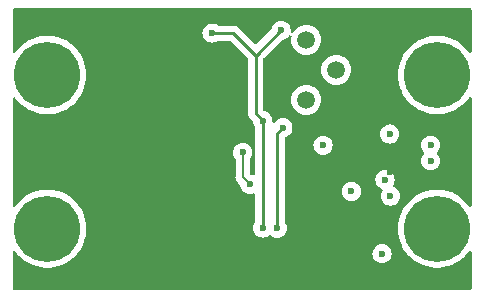
<source format=gbr>
%TF.GenerationSoftware,KiCad,Pcbnew,7.0.9*%
%TF.CreationDate,2024-10-15T17:03:29-06:00*%
%TF.ProjectId,howland,686f776c-616e-4642-9e6b-696361645f70,rev?*%
%TF.SameCoordinates,Original*%
%TF.FileFunction,Copper,L2,Inr*%
%TF.FilePolarity,Positive*%
%FSLAX46Y46*%
G04 Gerber Fmt 4.6, Leading zero omitted, Abs format (unit mm)*
G04 Created by KiCad (PCBNEW 7.0.9) date 2024-10-15 17:03:29*
%MOMM*%
%LPD*%
G01*
G04 APERTURE LIST*
%TA.AperFunction,ComponentPad*%
%ADD10C,5.600000*%
%TD*%
%TA.AperFunction,ComponentPad*%
%ADD11C,1.520000*%
%TD*%
%TA.AperFunction,ViaPad*%
%ADD12C,0.600000*%
%TD*%
%TA.AperFunction,Conductor*%
%ADD13C,0.250000*%
%TD*%
%TA.AperFunction,Conductor*%
%ADD14C,0.200000*%
%TD*%
G04 APERTURE END LIST*
D10*
%TO.N,GNDPWR*%
%TO.C,MH1*%
X103000000Y-84000000D03*
%TD*%
%TO.N,GNDPWR*%
%TO.C,MH2*%
X136000000Y-84000000D03*
%TD*%
%TO.N,GNDPWR*%
%TO.C,MH3*%
X103000000Y-97000000D03*
%TD*%
%TO.N,GNDPWR*%
%TO.C,MH4*%
X136000000Y-97000000D03*
%TD*%
D11*
%TO.N,Net-(R7-Pad2)*%
%TO.C,RV1*%
X124930000Y-86100000D03*
%TO.N,Net-(U5-+)*%
X127470000Y-83560000D03*
%TO.N,Net-(R8-Pad1)*%
X124930000Y-81020000D03*
%TD*%
D12*
%TO.N,GND*%
X136950000Y-80550000D03*
X132718411Y-80878411D03*
X135250000Y-88700989D03*
X112250000Y-80250000D03*
X132050000Y-92200000D03*
X112650000Y-88750000D03*
X127550000Y-85950000D03*
X137250000Y-89250000D03*
X123350000Y-94750000D03*
X116150000Y-89150000D03*
X126150000Y-88250000D03*
X112650000Y-93650000D03*
X127650000Y-91550000D03*
X134450000Y-93050000D03*
%TO.N,+3V3*%
X116950000Y-80450000D03*
X121250000Y-87850000D03*
X121250000Y-96950000D03*
X122800000Y-80200000D03*
%TO.N,VD*%
X135450000Y-91250000D03*
X122465000Y-96965000D03*
X131590145Y-92854016D03*
X131350000Y-99130000D03*
X122950000Y-88450000D03*
%TO.N,/Channel1/buffer/out+*%
X120150000Y-93250000D03*
X119550000Y-90550000D03*
%TO.N,/scl-rx*%
X132000000Y-89000000D03*
%TO.N,/sda-tx*%
X128750000Y-93850000D03*
X135450000Y-89950000D03*
X126350000Y-89950000D03*
X132050000Y-94249990D03*
%TD*%
D13*
%TO.N,GND*%
X126550000Y-91550000D02*
X127650000Y-91550000D01*
X123350000Y-94750000D02*
X126550000Y-91550000D01*
%TO.N,+3V3*%
X120650000Y-87250000D02*
X120650000Y-82350000D01*
X116950000Y-80450000D02*
X118750000Y-80450000D01*
X120650000Y-82350000D02*
X122800000Y-80200000D01*
X121250000Y-87850000D02*
X120650000Y-87250000D01*
X121250000Y-87850000D02*
X121250000Y-96950000D01*
X118750000Y-80450000D02*
X120650000Y-82350000D01*
%TO.N,VD*%
X122465000Y-96965000D02*
X122465000Y-88935000D01*
X122465000Y-88935000D02*
X122950000Y-88450000D01*
D14*
%TO.N,/Channel1/buffer/out+*%
X119550000Y-90550000D02*
X119550000Y-92650000D01*
X119550000Y-92650000D02*
X120150000Y-93250000D01*
%TD*%
%TA.AperFunction,Conductor*%
%TO.N,GND*%
G36*
X138866621Y-78345502D02*
G01*
X138913114Y-78399158D01*
X138924500Y-78451500D01*
X138924500Y-82007417D01*
X138904498Y-82075538D01*
X138850842Y-82122031D01*
X138780568Y-82132135D01*
X138715988Y-82102641D01*
X138694211Y-82078127D01*
X138692456Y-82075538D01*
X138637742Y-81994841D01*
X138405484Y-81721405D01*
X138405483Y-81721404D01*
X138145037Y-81474695D01*
X138145022Y-81474682D01*
X137859418Y-81257572D01*
X137859412Y-81257568D01*
X137835560Y-81243217D01*
X137552005Y-81072607D01*
X137226401Y-80921967D01*
X136886417Y-80807413D01*
X136838915Y-80796956D01*
X136536054Y-80730291D01*
X136536030Y-80730287D01*
X136179389Y-80691500D01*
X136179382Y-80691500D01*
X135820618Y-80691500D01*
X135820610Y-80691500D01*
X135463969Y-80730287D01*
X135463945Y-80730291D01*
X135113587Y-80807412D01*
X135113573Y-80807416D01*
X134773601Y-80921966D01*
X134447989Y-81072610D01*
X134140587Y-81257568D01*
X134140581Y-81257572D01*
X133854977Y-81474682D01*
X133854962Y-81474695D01*
X133594516Y-81721404D01*
X133362256Y-81994843D01*
X133160924Y-82291785D01*
X133160922Y-82291789D01*
X132992876Y-82608759D01*
X132992872Y-82608768D01*
X132860084Y-82942040D01*
X132764103Y-83287730D01*
X132706064Y-83641762D01*
X132686641Y-83999996D01*
X132686641Y-84000003D01*
X132706064Y-84358237D01*
X132764103Y-84712269D01*
X132860084Y-85057959D01*
X132860085Y-85057961D01*
X132992877Y-85391243D01*
X133031094Y-85463327D01*
X133137744Y-85664492D01*
X133160925Y-85708215D01*
X133362258Y-86005159D01*
X133594516Y-86278595D01*
X133854962Y-86525304D01*
X133854977Y-86525317D01*
X134140586Y-86742431D01*
X134447995Y-86927393D01*
X134773599Y-87078033D01*
X135113583Y-87192587D01*
X135463958Y-87269711D01*
X135820618Y-87308500D01*
X135820626Y-87308500D01*
X136179374Y-87308500D01*
X136179382Y-87308500D01*
X136536042Y-87269711D01*
X136886417Y-87192587D01*
X137226401Y-87078033D01*
X137552005Y-86927393D01*
X137859414Y-86742431D01*
X138145023Y-86525317D01*
X138405484Y-86278595D01*
X138637742Y-86005159D01*
X138694211Y-85921872D01*
X138748995Y-85876715D01*
X138819496Y-85868344D01*
X138883331Y-85899417D01*
X138920233Y-85960070D01*
X138924500Y-85992582D01*
X138924500Y-95007417D01*
X138904498Y-95075538D01*
X138850842Y-95122031D01*
X138780568Y-95132135D01*
X138715988Y-95102641D01*
X138694211Y-95078127D01*
X138692456Y-95075538D01*
X138637742Y-94994841D01*
X138405484Y-94721405D01*
X138322940Y-94643215D01*
X138145037Y-94474695D01*
X138145022Y-94474682D01*
X137859418Y-94257572D01*
X137859412Y-94257568D01*
X137846817Y-94249990D01*
X137552005Y-94072607D01*
X137226401Y-93921967D01*
X136886417Y-93807413D01*
X136810381Y-93790676D01*
X136536054Y-93730291D01*
X136536030Y-93730287D01*
X136179389Y-93691500D01*
X136179382Y-93691500D01*
X135820618Y-93691500D01*
X135820610Y-93691500D01*
X135463969Y-93730287D01*
X135463945Y-93730291D01*
X135113587Y-93807412D01*
X135113573Y-93807416D01*
X134773601Y-93921966D01*
X134773599Y-93921967D01*
X134455924Y-94068939D01*
X134447989Y-94072610D01*
X134140587Y-94257568D01*
X134140581Y-94257572D01*
X133854977Y-94474682D01*
X133854962Y-94474695D01*
X133594516Y-94721404D01*
X133362256Y-94994843D01*
X133160924Y-95291785D01*
X133160922Y-95291789D01*
X132992876Y-95608759D01*
X132992872Y-95608768D01*
X132860084Y-95942040D01*
X132764103Y-96287730D01*
X132706064Y-96641762D01*
X132686641Y-96999996D01*
X132686641Y-97000003D01*
X132706064Y-97358237D01*
X132764103Y-97712269D01*
X132860084Y-98057959D01*
X132860085Y-98057961D01*
X132992877Y-98391243D01*
X133075500Y-98547086D01*
X133160922Y-98708210D01*
X133160924Y-98708214D01*
X133207552Y-98776985D01*
X133362258Y-99005159D01*
X133468299Y-99130000D01*
X133594516Y-99278595D01*
X133854962Y-99525304D01*
X133854977Y-99525317D01*
X134140586Y-99742431D01*
X134447995Y-99927393D01*
X134773599Y-100078033D01*
X135113583Y-100192587D01*
X135463958Y-100269711D01*
X135820618Y-100308500D01*
X135820626Y-100308500D01*
X136179374Y-100308500D01*
X136179382Y-100308500D01*
X136536042Y-100269711D01*
X136886417Y-100192587D01*
X137226401Y-100078033D01*
X137552005Y-99927393D01*
X137859414Y-99742431D01*
X138145023Y-99525317D01*
X138189678Y-99483018D01*
X138201384Y-99471928D01*
X138405484Y-99278595D01*
X138637742Y-99005159D01*
X138694211Y-98921872D01*
X138748995Y-98876715D01*
X138819496Y-98868344D01*
X138883331Y-98899417D01*
X138920233Y-98960070D01*
X138924500Y-98992582D01*
X138924500Y-102048500D01*
X138904498Y-102116621D01*
X138850842Y-102163114D01*
X138798500Y-102174500D01*
X100201500Y-102174500D01*
X100133379Y-102154498D01*
X100086886Y-102100842D01*
X100075500Y-102048500D01*
X100075500Y-98992582D01*
X100095502Y-98924461D01*
X100149158Y-98877968D01*
X100219432Y-98867864D01*
X100284012Y-98897358D01*
X100305787Y-98921871D01*
X100362258Y-99005159D01*
X100468299Y-99130000D01*
X100594516Y-99278595D01*
X100854962Y-99525304D01*
X100854977Y-99525317D01*
X101140586Y-99742431D01*
X101447995Y-99927393D01*
X101773599Y-100078033D01*
X102113583Y-100192587D01*
X102463958Y-100269711D01*
X102820618Y-100308500D01*
X102820626Y-100308500D01*
X103179374Y-100308500D01*
X103179382Y-100308500D01*
X103536042Y-100269711D01*
X103886417Y-100192587D01*
X104226401Y-100078033D01*
X104552005Y-99927393D01*
X104859414Y-99742431D01*
X105145023Y-99525317D01*
X105189678Y-99483018D01*
X105201384Y-99471928D01*
X105405484Y-99278595D01*
X105531701Y-99130000D01*
X130536384Y-99130000D01*
X130556783Y-99311047D01*
X130556783Y-99311049D01*
X130556784Y-99311050D01*
X130616957Y-99483015D01*
X130616958Y-99483018D01*
X130713887Y-99637279D01*
X130713888Y-99637281D01*
X130842718Y-99766111D01*
X130842720Y-99766112D01*
X130996981Y-99863041D01*
X130996982Y-99863041D01*
X130996985Y-99863043D01*
X131168953Y-99923217D01*
X131350000Y-99943616D01*
X131531047Y-99923217D01*
X131703015Y-99863043D01*
X131857281Y-99766111D01*
X131986111Y-99637281D01*
X132083043Y-99483015D01*
X132143217Y-99311047D01*
X132163616Y-99130000D01*
X132143217Y-98948953D01*
X132083043Y-98776985D01*
X132083041Y-98776982D01*
X132083041Y-98776981D01*
X131986112Y-98622720D01*
X131986111Y-98622718D01*
X131857281Y-98493888D01*
X131857279Y-98493887D01*
X131703018Y-98396958D01*
X131703015Y-98396957D01*
X131531050Y-98336784D01*
X131531049Y-98336783D01*
X131531047Y-98336783D01*
X131350000Y-98316384D01*
X131168953Y-98336783D01*
X131168950Y-98336783D01*
X131168949Y-98336784D01*
X130996984Y-98396957D01*
X130996981Y-98396958D01*
X130842720Y-98493887D01*
X130842718Y-98493888D01*
X130713888Y-98622718D01*
X130713887Y-98622720D01*
X130616958Y-98776981D01*
X130616957Y-98776984D01*
X130566259Y-98921873D01*
X130556783Y-98948953D01*
X130536384Y-99130000D01*
X105531701Y-99130000D01*
X105637742Y-99005159D01*
X105839075Y-98708215D01*
X106007123Y-98391243D01*
X106139915Y-98057961D01*
X106235895Y-97712274D01*
X106240688Y-97683041D01*
X106244761Y-97658188D01*
X106293936Y-97358237D01*
X106313359Y-97000000D01*
X106293936Y-96641763D01*
X106235895Y-96287726D01*
X106139915Y-95942039D01*
X106007123Y-95608757D01*
X105839075Y-95291785D01*
X105637742Y-94994841D01*
X105405484Y-94721405D01*
X105322940Y-94643215D01*
X105145037Y-94474695D01*
X105145022Y-94474682D01*
X104859418Y-94257572D01*
X104859412Y-94257568D01*
X104846817Y-94249990D01*
X104552005Y-94072607D01*
X104226401Y-93921967D01*
X103886417Y-93807413D01*
X103810381Y-93790676D01*
X103536054Y-93730291D01*
X103536030Y-93730287D01*
X103179389Y-93691500D01*
X103179382Y-93691500D01*
X102820618Y-93691500D01*
X102820610Y-93691500D01*
X102463969Y-93730287D01*
X102463945Y-93730291D01*
X102113587Y-93807412D01*
X102113573Y-93807416D01*
X101773601Y-93921966D01*
X101773599Y-93921967D01*
X101455924Y-94068939D01*
X101447989Y-94072610D01*
X101140587Y-94257568D01*
X101140581Y-94257572D01*
X100854977Y-94474682D01*
X100854962Y-94474695D01*
X100594516Y-94721404D01*
X100362259Y-94994839D01*
X100305789Y-95078127D01*
X100251005Y-95123285D01*
X100180503Y-95131655D01*
X100116668Y-95100581D01*
X100079767Y-95039928D01*
X100075500Y-95007417D01*
X100075500Y-85992582D01*
X100095502Y-85924461D01*
X100149158Y-85877968D01*
X100219432Y-85867864D01*
X100284012Y-85897358D01*
X100305787Y-85921871D01*
X100362258Y-86005159D01*
X100594516Y-86278595D01*
X100854962Y-86525304D01*
X100854977Y-86525317D01*
X101140586Y-86742431D01*
X101447995Y-86927393D01*
X101773599Y-87078033D01*
X102113583Y-87192587D01*
X102463958Y-87269711D01*
X102820618Y-87308500D01*
X102820626Y-87308500D01*
X103179374Y-87308500D01*
X103179382Y-87308500D01*
X103536042Y-87269711D01*
X103886417Y-87192587D01*
X104226401Y-87078033D01*
X104552005Y-86927393D01*
X104859414Y-86742431D01*
X105145023Y-86525317D01*
X105405484Y-86278595D01*
X105637742Y-86005159D01*
X105839075Y-85708215D01*
X106007123Y-85391243D01*
X106139915Y-85057961D01*
X106235895Y-84712274D01*
X106293936Y-84358237D01*
X106313359Y-84000000D01*
X106313115Y-83995507D01*
X106309735Y-83933173D01*
X106293936Y-83641763D01*
X106235895Y-83287726D01*
X106139915Y-82942039D01*
X106007123Y-82608757D01*
X105839075Y-82291785D01*
X105637742Y-81994841D01*
X105405484Y-81721405D01*
X105405483Y-81721404D01*
X105145037Y-81474695D01*
X105145022Y-81474682D01*
X104859418Y-81257572D01*
X104859412Y-81257568D01*
X104835560Y-81243217D01*
X104552005Y-81072607D01*
X104226401Y-80921967D01*
X103886417Y-80807413D01*
X103838915Y-80796956D01*
X103536054Y-80730291D01*
X103536030Y-80730287D01*
X103179389Y-80691500D01*
X103179382Y-80691500D01*
X102820618Y-80691500D01*
X102820610Y-80691500D01*
X102463969Y-80730287D01*
X102463945Y-80730291D01*
X102113587Y-80807412D01*
X102113573Y-80807416D01*
X101773601Y-80921966D01*
X101447989Y-81072610D01*
X101140587Y-81257568D01*
X101140581Y-81257572D01*
X100854977Y-81474682D01*
X100854962Y-81474695D01*
X100594516Y-81721404D01*
X100362259Y-81994839D01*
X100305789Y-82078127D01*
X100251005Y-82123285D01*
X100180503Y-82131655D01*
X100116668Y-82100581D01*
X100079767Y-82039928D01*
X100075500Y-82007417D01*
X100075500Y-80450000D01*
X116136384Y-80450000D01*
X116156783Y-80631047D01*
X116156783Y-80631049D01*
X116156784Y-80631050D01*
X116216957Y-80803015D01*
X116216958Y-80803018D01*
X116313887Y-80957279D01*
X116313888Y-80957281D01*
X116442718Y-81086111D01*
X116442720Y-81086112D01*
X116596981Y-81183041D01*
X116596982Y-81183041D01*
X116596985Y-81183043D01*
X116768953Y-81243217D01*
X116950000Y-81263616D01*
X117131047Y-81243217D01*
X117303015Y-81183043D01*
X117402703Y-81120405D01*
X117430701Y-81102813D01*
X117497737Y-81083500D01*
X118435406Y-81083500D01*
X118503527Y-81103502D01*
X118524501Y-81120405D01*
X119979595Y-82575499D01*
X120013621Y-82637811D01*
X120016500Y-82664594D01*
X120016500Y-87166146D01*
X120014751Y-87181988D01*
X120015044Y-87182016D01*
X120014298Y-87189907D01*
X120016500Y-87259957D01*
X120016500Y-87289851D01*
X120016501Y-87289872D01*
X120017378Y-87296820D01*
X120017844Y-87302732D01*
X120019326Y-87349888D01*
X120019327Y-87349893D01*
X120024977Y-87369339D01*
X120028986Y-87388697D01*
X120031525Y-87408793D01*
X120031526Y-87408799D01*
X120048893Y-87452662D01*
X120050816Y-87458279D01*
X120063982Y-87503593D01*
X120074294Y-87521031D01*
X120082988Y-87538779D01*
X120090444Y-87557609D01*
X120090450Y-87557620D01*
X120118177Y-87595783D01*
X120121437Y-87600746D01*
X120145460Y-87641365D01*
X120159779Y-87655684D01*
X120172617Y-87670714D01*
X120182156Y-87683843D01*
X120184528Y-87687107D01*
X120212794Y-87710491D01*
X120220886Y-87717185D01*
X120225267Y-87721171D01*
X120354096Y-87850000D01*
X120415655Y-87911559D01*
X120449681Y-87973871D01*
X120451767Y-87986543D01*
X120456781Y-88031038D01*
X120456784Y-88031052D01*
X120516957Y-88203015D01*
X120516958Y-88203017D01*
X120597187Y-88330701D01*
X120616500Y-88397737D01*
X120616500Y-92379087D01*
X120596498Y-92447208D01*
X120542842Y-92493701D01*
X120472568Y-92503805D01*
X120448885Y-92498016D01*
X120331050Y-92456784D01*
X120331049Y-92456783D01*
X120331047Y-92456783D01*
X120270389Y-92449948D01*
X120204939Y-92422445D01*
X120164746Y-92363920D01*
X120158500Y-92324741D01*
X120158500Y-91135993D01*
X120178502Y-91067872D01*
X120185999Y-91057421D01*
X120186104Y-91057287D01*
X120186111Y-91057281D01*
X120283043Y-90903015D01*
X120343217Y-90731047D01*
X120363616Y-90550000D01*
X120343217Y-90368953D01*
X120283043Y-90196985D01*
X120283041Y-90196982D01*
X120283041Y-90196981D01*
X120186112Y-90042720D01*
X120186111Y-90042718D01*
X120057281Y-89913888D01*
X120057279Y-89913887D01*
X119903018Y-89816958D01*
X119903015Y-89816957D01*
X119731050Y-89756784D01*
X119731049Y-89756783D01*
X119731047Y-89756783D01*
X119550000Y-89736384D01*
X119368953Y-89756783D01*
X119368950Y-89756783D01*
X119368949Y-89756784D01*
X119196984Y-89816957D01*
X119196981Y-89816958D01*
X119042720Y-89913887D01*
X119042718Y-89913888D01*
X118913888Y-90042718D01*
X118913887Y-90042720D01*
X118816958Y-90196981D01*
X118816957Y-90196984D01*
X118779855Y-90303018D01*
X118756783Y-90368953D01*
X118736384Y-90550000D01*
X118756783Y-90731047D01*
X118756783Y-90731049D01*
X118756784Y-90731050D01*
X118816957Y-90903015D01*
X118816958Y-90903018D01*
X118913883Y-91057273D01*
X118914001Y-91057421D01*
X118914047Y-91057534D01*
X118917653Y-91063273D01*
X118916648Y-91063904D01*
X118940844Y-91123148D01*
X118941500Y-91135993D01*
X118941500Y-92605988D01*
X118940960Y-92614219D01*
X118936250Y-92649998D01*
X118936250Y-92650001D01*
X118941015Y-92686197D01*
X118941016Y-92686205D01*
X118948456Y-92742719D01*
X118957161Y-92808849D01*
X119018475Y-92956874D01*
X119018480Y-92956882D01*
X119059738Y-93010649D01*
X119078471Y-93035063D01*
X119091525Y-93052074D01*
X119116014Y-93083988D01*
X119144651Y-93105962D01*
X119150844Y-93111393D01*
X119246481Y-93207030D01*
X119311166Y-93271715D01*
X119345192Y-93334027D01*
X119347279Y-93346701D01*
X119356783Y-93431047D01*
X119356783Y-93431049D01*
X119356784Y-93431050D01*
X119416957Y-93603015D01*
X119416958Y-93603018D01*
X119513887Y-93757279D01*
X119513888Y-93757281D01*
X119642718Y-93886111D01*
X119642720Y-93886112D01*
X119796981Y-93983041D01*
X119796982Y-93983041D01*
X119796985Y-93983043D01*
X119968953Y-94043217D01*
X120150000Y-94063616D01*
X120331047Y-94043217D01*
X120448887Y-94001982D01*
X120519789Y-93998363D01*
X120581394Y-94033652D01*
X120614141Y-94096645D01*
X120616500Y-94120912D01*
X120616500Y-96402262D01*
X120597187Y-96469298D01*
X120516958Y-96596981D01*
X120516957Y-96596984D01*
X120501289Y-96641763D01*
X120456783Y-96768953D01*
X120436384Y-96950000D01*
X120456783Y-97131047D01*
X120456783Y-97131049D01*
X120456784Y-97131050D01*
X120516957Y-97303015D01*
X120516958Y-97303018D01*
X120613887Y-97457279D01*
X120613888Y-97457281D01*
X120742718Y-97586111D01*
X120742720Y-97586112D01*
X120896981Y-97683041D01*
X120896982Y-97683041D01*
X120896985Y-97683043D01*
X121068953Y-97743217D01*
X121250000Y-97763616D01*
X121431047Y-97743217D01*
X121603015Y-97683043D01*
X121757281Y-97586111D01*
X121760901Y-97582490D01*
X121823210Y-97548463D01*
X121894026Y-97553524D01*
X121939094Y-97582486D01*
X121957719Y-97601111D01*
X121957722Y-97601114D01*
X122111981Y-97698041D01*
X122111982Y-97698041D01*
X122111985Y-97698043D01*
X122283953Y-97758217D01*
X122465000Y-97778616D01*
X122646047Y-97758217D01*
X122818015Y-97698043D01*
X122972281Y-97601111D01*
X123101111Y-97472281D01*
X123198043Y-97318015D01*
X123258217Y-97146047D01*
X123278616Y-96965000D01*
X123258217Y-96783953D01*
X123198043Y-96611985D01*
X123198041Y-96611982D01*
X123198041Y-96611981D01*
X123117813Y-96484298D01*
X123098500Y-96417262D01*
X123098500Y-93850000D01*
X127936384Y-93850000D01*
X127956783Y-94031047D01*
X127956783Y-94031049D01*
X127956784Y-94031050D01*
X128016957Y-94203015D01*
X128016958Y-94203018D01*
X128113887Y-94357279D01*
X128113888Y-94357281D01*
X128242718Y-94486111D01*
X128242720Y-94486112D01*
X128396981Y-94583041D01*
X128396982Y-94583041D01*
X128396985Y-94583043D01*
X128568953Y-94643217D01*
X128750000Y-94663616D01*
X128931047Y-94643217D01*
X129103015Y-94583043D01*
X129257281Y-94486111D01*
X129386111Y-94357281D01*
X129483043Y-94203015D01*
X129543217Y-94031047D01*
X129563616Y-93850000D01*
X129543217Y-93668953D01*
X129483043Y-93496985D01*
X129483041Y-93496982D01*
X129483041Y-93496981D01*
X129386112Y-93342720D01*
X129386111Y-93342718D01*
X129257281Y-93213888D01*
X129257279Y-93213887D01*
X129103018Y-93116958D01*
X129103015Y-93116957D01*
X128931050Y-93056784D01*
X128931049Y-93056783D01*
X128931047Y-93056783D01*
X128750000Y-93036384D01*
X128568953Y-93056783D01*
X128568950Y-93056783D01*
X128568949Y-93056784D01*
X128396984Y-93116957D01*
X128396981Y-93116958D01*
X128242720Y-93213887D01*
X128242718Y-93213888D01*
X128113888Y-93342718D01*
X128113887Y-93342720D01*
X128016958Y-93496981D01*
X128016957Y-93496984D01*
X127961663Y-93655008D01*
X127956783Y-93668953D01*
X127936384Y-93850000D01*
X123098500Y-93850000D01*
X123098500Y-92854016D01*
X130776529Y-92854016D01*
X130796928Y-93035063D01*
X130796928Y-93035065D01*
X130796929Y-93035066D01*
X130857102Y-93207031D01*
X130857103Y-93207034D01*
X130954032Y-93361295D01*
X130954033Y-93361297D01*
X131082863Y-93490127D01*
X131082865Y-93490128D01*
X131125549Y-93516948D01*
X131237130Y-93587059D01*
X131313073Y-93613632D01*
X131370762Y-93655008D01*
X131396925Y-93721008D01*
X131383253Y-93790676D01*
X131378144Y-93799596D01*
X131316956Y-93896976D01*
X131258647Y-94063615D01*
X131256783Y-94068943D01*
X131236384Y-94249990D01*
X131256783Y-94431037D01*
X131256783Y-94431039D01*
X131256784Y-94431040D01*
X131316957Y-94603005D01*
X131316958Y-94603008D01*
X131413887Y-94757269D01*
X131413888Y-94757271D01*
X131542718Y-94886101D01*
X131542720Y-94886102D01*
X131696981Y-94983031D01*
X131696982Y-94983031D01*
X131696985Y-94983033D01*
X131868953Y-95043207D01*
X132050000Y-95063606D01*
X132231047Y-95043207D01*
X132403015Y-94983033D01*
X132557281Y-94886101D01*
X132686111Y-94757271D01*
X132783043Y-94603005D01*
X132843217Y-94431037D01*
X132863616Y-94249990D01*
X132843217Y-94068943D01*
X132783043Y-93896975D01*
X132783041Y-93896972D01*
X132783041Y-93896971D01*
X132686112Y-93742710D01*
X132686111Y-93742708D01*
X132557281Y-93613878D01*
X132557279Y-93613877D01*
X132403017Y-93516948D01*
X132403016Y-93516947D01*
X132403015Y-93516947D01*
X132374014Y-93506799D01*
X132327072Y-93490373D01*
X132269381Y-93448994D01*
X132243218Y-93382994D01*
X132256892Y-93313326D01*
X132261986Y-93304433D01*
X132323188Y-93207031D01*
X132383362Y-93035063D01*
X132403761Y-92854016D01*
X132383362Y-92672969D01*
X132323188Y-92501001D01*
X132323186Y-92500998D01*
X132323186Y-92500997D01*
X132226257Y-92346736D01*
X132226256Y-92346734D01*
X132097426Y-92217904D01*
X132097424Y-92217903D01*
X131943163Y-92120974D01*
X131943160Y-92120973D01*
X131771195Y-92060800D01*
X131771194Y-92060799D01*
X131771192Y-92060799D01*
X131590145Y-92040400D01*
X131409098Y-92060799D01*
X131409095Y-92060799D01*
X131409094Y-92060800D01*
X131237129Y-92120973D01*
X131237126Y-92120974D01*
X131082865Y-92217903D01*
X131082863Y-92217904D01*
X130954033Y-92346734D01*
X130954032Y-92346736D01*
X130857103Y-92500997D01*
X130857102Y-92501000D01*
X130804965Y-92650001D01*
X130796928Y-92672969D01*
X130776529Y-92854016D01*
X123098500Y-92854016D01*
X123098500Y-91250000D01*
X134636384Y-91250000D01*
X134656783Y-91431047D01*
X134656783Y-91431049D01*
X134656784Y-91431050D01*
X134716957Y-91603015D01*
X134716958Y-91603018D01*
X134813887Y-91757279D01*
X134813888Y-91757281D01*
X134942718Y-91886111D01*
X134942720Y-91886112D01*
X135096981Y-91983041D01*
X135096982Y-91983041D01*
X135096985Y-91983043D01*
X135268953Y-92043217D01*
X135450000Y-92063616D01*
X135631047Y-92043217D01*
X135803015Y-91983043D01*
X135957281Y-91886111D01*
X136086111Y-91757281D01*
X136183043Y-91603015D01*
X136243217Y-91431047D01*
X136263616Y-91250000D01*
X136243217Y-91068953D01*
X136183043Y-90896985D01*
X136183041Y-90896982D01*
X136183041Y-90896981D01*
X136086112Y-90742720D01*
X136086111Y-90742718D01*
X136032488Y-90689095D01*
X135998462Y-90626783D01*
X136003527Y-90555968D01*
X136032488Y-90510905D01*
X136086111Y-90457281D01*
X136086112Y-90457279D01*
X136183041Y-90303018D01*
X136183040Y-90303018D01*
X136183043Y-90303015D01*
X136243217Y-90131047D01*
X136263616Y-89950000D01*
X136243217Y-89768953D01*
X136183043Y-89596985D01*
X136183041Y-89596982D01*
X136183041Y-89596981D01*
X136086112Y-89442720D01*
X136086111Y-89442718D01*
X135957281Y-89313888D01*
X135957279Y-89313887D01*
X135803018Y-89216958D01*
X135803015Y-89216957D01*
X135631050Y-89156784D01*
X135631049Y-89156783D01*
X135631047Y-89156783D01*
X135450000Y-89136384D01*
X135268953Y-89156783D01*
X135268950Y-89156783D01*
X135268949Y-89156784D01*
X135096984Y-89216957D01*
X135096981Y-89216958D01*
X134942720Y-89313887D01*
X134942718Y-89313888D01*
X134813888Y-89442718D01*
X134813887Y-89442720D01*
X134716958Y-89596981D01*
X134716957Y-89596984D01*
X134669349Y-89733042D01*
X134656783Y-89768953D01*
X134636384Y-89950000D01*
X134656783Y-90131047D01*
X134656783Y-90131049D01*
X134656784Y-90131050D01*
X134716957Y-90303015D01*
X134716958Y-90303018D01*
X134813887Y-90457279D01*
X134813888Y-90457281D01*
X134867512Y-90510905D01*
X134901538Y-90573217D01*
X134896473Y-90644032D01*
X134867512Y-90689095D01*
X134813888Y-90742718D01*
X134813887Y-90742720D01*
X134716958Y-90896981D01*
X134716957Y-90896984D01*
X134658550Y-91063904D01*
X134656783Y-91068953D01*
X134636384Y-91250000D01*
X123098500Y-91250000D01*
X123098500Y-89950000D01*
X125536384Y-89950000D01*
X125556783Y-90131047D01*
X125556783Y-90131049D01*
X125556784Y-90131050D01*
X125616957Y-90303015D01*
X125616958Y-90303018D01*
X125713887Y-90457279D01*
X125713888Y-90457281D01*
X125842718Y-90586111D01*
X125842720Y-90586112D01*
X125996981Y-90683041D01*
X125996982Y-90683041D01*
X125996985Y-90683043D01*
X126168953Y-90743217D01*
X126350000Y-90763616D01*
X126531047Y-90743217D01*
X126703015Y-90683043D01*
X126857281Y-90586111D01*
X126986111Y-90457281D01*
X127083043Y-90303015D01*
X127143217Y-90131047D01*
X127163616Y-89950000D01*
X127143217Y-89768953D01*
X127083043Y-89596985D01*
X127083041Y-89596982D01*
X127083041Y-89596981D01*
X126986112Y-89442720D01*
X126986111Y-89442718D01*
X126857281Y-89313888D01*
X126857279Y-89313887D01*
X126703018Y-89216958D01*
X126703015Y-89216957D01*
X126531050Y-89156784D01*
X126531049Y-89156783D01*
X126531047Y-89156783D01*
X126350000Y-89136384D01*
X126168953Y-89156783D01*
X126168950Y-89156783D01*
X126168949Y-89156784D01*
X125996984Y-89216957D01*
X125996981Y-89216958D01*
X125842720Y-89313887D01*
X125842718Y-89313888D01*
X125713888Y-89442718D01*
X125713887Y-89442720D01*
X125616958Y-89596981D01*
X125616957Y-89596984D01*
X125569349Y-89733042D01*
X125556783Y-89768953D01*
X125536384Y-89950000D01*
X123098500Y-89950000D01*
X123098500Y-89344007D01*
X123118502Y-89275886D01*
X123172158Y-89229393D01*
X123182885Y-89225078D01*
X123303015Y-89183043D01*
X123457281Y-89086111D01*
X123543392Y-89000000D01*
X131186384Y-89000000D01*
X131206783Y-89181047D01*
X131206783Y-89181049D01*
X131206784Y-89181050D01*
X131266957Y-89353015D01*
X131266958Y-89353018D01*
X131363887Y-89507279D01*
X131363888Y-89507281D01*
X131492718Y-89636111D01*
X131492720Y-89636112D01*
X131646981Y-89733041D01*
X131646982Y-89733041D01*
X131646985Y-89733043D01*
X131818953Y-89793217D01*
X132000000Y-89813616D01*
X132181047Y-89793217D01*
X132353015Y-89733043D01*
X132507281Y-89636111D01*
X132636111Y-89507281D01*
X132733043Y-89353015D01*
X132793217Y-89181047D01*
X132813616Y-89000000D01*
X132793217Y-88818953D01*
X132733043Y-88646985D01*
X132733041Y-88646982D01*
X132733041Y-88646981D01*
X132636112Y-88492720D01*
X132636111Y-88492718D01*
X132507281Y-88363888D01*
X132507279Y-88363887D01*
X132353018Y-88266958D01*
X132353015Y-88266957D01*
X132181050Y-88206784D01*
X132181049Y-88206783D01*
X132181047Y-88206783D01*
X132000000Y-88186384D01*
X131818953Y-88206783D01*
X131818950Y-88206783D01*
X131818949Y-88206784D01*
X131646984Y-88266957D01*
X131646981Y-88266958D01*
X131492720Y-88363887D01*
X131492718Y-88363888D01*
X131363888Y-88492718D01*
X131363887Y-88492720D01*
X131266958Y-88646981D01*
X131266957Y-88646984D01*
X131212359Y-88803018D01*
X131206783Y-88818953D01*
X131186384Y-89000000D01*
X123543392Y-89000000D01*
X123586111Y-88957281D01*
X123683043Y-88803015D01*
X123743217Y-88631047D01*
X123763616Y-88450000D01*
X123743217Y-88268953D01*
X123683043Y-88096985D01*
X123683041Y-88096982D01*
X123683041Y-88096981D01*
X123586112Y-87942720D01*
X123586111Y-87942718D01*
X123457281Y-87813888D01*
X123457279Y-87813887D01*
X123303018Y-87716958D01*
X123303015Y-87716957D01*
X123131050Y-87656784D01*
X123131049Y-87656783D01*
X123131047Y-87656783D01*
X122950000Y-87636384D01*
X122768953Y-87656783D01*
X122768950Y-87656783D01*
X122768949Y-87656784D01*
X122596984Y-87716957D01*
X122596981Y-87716958D01*
X122442720Y-87813887D01*
X122442718Y-87813888D01*
X122313887Y-87942719D01*
X122289904Y-87980888D01*
X122236725Y-88027925D01*
X122166557Y-88038744D01*
X122101679Y-88009910D01*
X122062690Y-87950577D01*
X122058011Y-87899743D01*
X122063616Y-87850000D01*
X122043217Y-87668953D01*
X121983043Y-87496985D01*
X121983041Y-87496982D01*
X121983041Y-87496981D01*
X121886112Y-87342720D01*
X121886111Y-87342718D01*
X121757281Y-87213888D01*
X121757279Y-87213887D01*
X121603018Y-87116958D01*
X121603015Y-87116957D01*
X121431052Y-87056784D01*
X121431038Y-87056781D01*
X121395389Y-87052764D01*
X121329937Y-87025259D01*
X121289745Y-86966734D01*
X121283500Y-86927557D01*
X121283500Y-86100000D01*
X123656655Y-86100000D01*
X123676000Y-86321117D01*
X123733446Y-86535507D01*
X123733448Y-86535512D01*
X123827250Y-86736671D01*
X123827251Y-86736673D01*
X123954554Y-86918481D01*
X123954558Y-86918486D01*
X123954561Y-86918490D01*
X124111510Y-87075439D01*
X124111514Y-87075442D01*
X124111518Y-87075445D01*
X124170805Y-87116958D01*
X124293327Y-87202749D01*
X124494490Y-87296553D01*
X124708886Y-87354000D01*
X124930000Y-87373345D01*
X125151114Y-87354000D01*
X125365510Y-87296553D01*
X125566673Y-87202749D01*
X125748490Y-87075439D01*
X125905439Y-86918490D01*
X126032749Y-86736673D01*
X126126553Y-86535510D01*
X126184000Y-86321114D01*
X126203345Y-86100000D01*
X126184000Y-85878886D01*
X126126553Y-85664490D01*
X126032749Y-85463328D01*
X125905439Y-85281510D01*
X125748490Y-85124561D01*
X125748486Y-85124558D01*
X125748481Y-85124554D01*
X125566673Y-84997251D01*
X125566671Y-84997250D01*
X125365512Y-84903448D01*
X125365507Y-84903446D01*
X125151117Y-84846000D01*
X124930000Y-84826655D01*
X124708882Y-84846000D01*
X124494492Y-84903446D01*
X124494487Y-84903448D01*
X124293327Y-84997251D01*
X124111513Y-85124558D01*
X124111507Y-85124563D01*
X123954563Y-85281507D01*
X123954558Y-85281513D01*
X123827251Y-85463327D01*
X123733448Y-85664487D01*
X123733446Y-85664492D01*
X123676000Y-85878882D01*
X123656655Y-86100000D01*
X121283500Y-86100000D01*
X121283500Y-83560000D01*
X126196655Y-83560000D01*
X126216000Y-83781117D01*
X126273446Y-83995507D01*
X126273448Y-83995512D01*
X126367250Y-84196671D01*
X126367251Y-84196673D01*
X126494554Y-84378481D01*
X126494558Y-84378486D01*
X126494561Y-84378490D01*
X126651510Y-84535439D01*
X126651514Y-84535442D01*
X126651518Y-84535445D01*
X126755252Y-84608080D01*
X126833327Y-84662749D01*
X127034490Y-84756553D01*
X127248886Y-84814000D01*
X127470000Y-84833345D01*
X127691114Y-84814000D01*
X127905510Y-84756553D01*
X128106673Y-84662749D01*
X128288490Y-84535439D01*
X128445439Y-84378490D01*
X128572749Y-84196673D01*
X128666553Y-83995510D01*
X128724000Y-83781114D01*
X128743345Y-83560000D01*
X128724000Y-83338886D01*
X128666553Y-83124490D01*
X128572749Y-82923328D01*
X128445439Y-82741510D01*
X128288490Y-82584561D01*
X128288486Y-82584558D01*
X128288481Y-82584554D01*
X128106673Y-82457251D01*
X128106671Y-82457250D01*
X127905512Y-82363448D01*
X127905507Y-82363446D01*
X127691117Y-82306000D01*
X127470000Y-82286655D01*
X127248882Y-82306000D01*
X127034492Y-82363446D01*
X127034487Y-82363448D01*
X126833327Y-82457251D01*
X126651513Y-82584558D01*
X126651507Y-82584563D01*
X126494563Y-82741507D01*
X126494558Y-82741513D01*
X126367251Y-82923327D01*
X126273448Y-83124487D01*
X126273446Y-83124492D01*
X126216000Y-83338882D01*
X126196655Y-83560000D01*
X121283500Y-83560000D01*
X121283500Y-82664593D01*
X121303502Y-82596472D01*
X121320400Y-82575503D01*
X122861561Y-81034341D01*
X122923871Y-81000318D01*
X122936540Y-80998231D01*
X122981047Y-80993217D01*
X123153015Y-80933043D01*
X123307281Y-80836111D01*
X123436111Y-80707281D01*
X123452393Y-80681367D01*
X123505570Y-80634330D01*
X123575737Y-80623509D01*
X123640616Y-80652340D01*
X123679608Y-80711671D01*
X123680789Y-80781011D01*
X123676000Y-80798882D01*
X123656655Y-81020000D01*
X123676000Y-81241117D01*
X123733446Y-81455507D01*
X123733448Y-81455512D01*
X123827250Y-81656671D01*
X123827251Y-81656673D01*
X123954554Y-81838481D01*
X123954558Y-81838486D01*
X123954561Y-81838490D01*
X124111510Y-81995439D01*
X124111514Y-81995442D01*
X124111518Y-81995445D01*
X124215252Y-82068080D01*
X124293327Y-82122749D01*
X124494490Y-82216553D01*
X124708886Y-82274000D01*
X124930000Y-82293345D01*
X125151114Y-82274000D01*
X125365510Y-82216553D01*
X125566673Y-82122749D01*
X125748490Y-81995439D01*
X125905439Y-81838490D01*
X126032749Y-81656673D01*
X126126553Y-81455510D01*
X126184000Y-81241114D01*
X126203345Y-81020000D01*
X126184000Y-80798886D01*
X126126553Y-80584490D01*
X126032749Y-80383328D01*
X125905439Y-80201510D01*
X125748490Y-80044561D01*
X125748486Y-80044558D01*
X125748481Y-80044554D01*
X125566673Y-79917251D01*
X125566671Y-79917250D01*
X125394184Y-79836818D01*
X125365510Y-79823447D01*
X125365508Y-79823446D01*
X125365507Y-79823446D01*
X125151117Y-79766000D01*
X124930000Y-79746655D01*
X124708882Y-79766000D01*
X124494492Y-79823446D01*
X124494487Y-79823448D01*
X124293327Y-79917251D01*
X124111513Y-80044558D01*
X124111507Y-80044563D01*
X123954563Y-80201507D01*
X123954558Y-80201513D01*
X123831853Y-80376754D01*
X123776396Y-80421082D01*
X123705776Y-80428391D01*
X123642416Y-80396360D01*
X123606431Y-80335159D01*
X123603432Y-80290381D01*
X123613616Y-80200000D01*
X123593217Y-80018953D01*
X123533043Y-79846985D01*
X123533041Y-79846982D01*
X123533041Y-79846981D01*
X123436112Y-79692720D01*
X123436111Y-79692718D01*
X123307281Y-79563888D01*
X123307279Y-79563887D01*
X123153018Y-79466958D01*
X123153015Y-79466957D01*
X122981050Y-79406784D01*
X122981049Y-79406783D01*
X122981047Y-79406783D01*
X122800000Y-79386384D01*
X122618953Y-79406783D01*
X122618950Y-79406783D01*
X122618949Y-79406784D01*
X122446984Y-79466957D01*
X122446981Y-79466958D01*
X122292720Y-79563887D01*
X122292718Y-79563888D01*
X122163888Y-79692718D01*
X122163887Y-79692720D01*
X122066958Y-79846981D01*
X122066957Y-79846984D01*
X122006783Y-80018950D01*
X122006782Y-80018957D01*
X122001768Y-80063452D01*
X121974264Y-80128905D01*
X121965656Y-80138437D01*
X120739094Y-81364999D01*
X120676782Y-81399025D01*
X120605967Y-81393960D01*
X120560904Y-81364999D01*
X119257244Y-80061339D01*
X119247279Y-80048901D01*
X119247052Y-80049090D01*
X119242001Y-80042984D01*
X119242000Y-80042982D01*
X119190920Y-79995015D01*
X119169777Y-79973871D01*
X119169772Y-79973866D01*
X119164225Y-79969563D01*
X119159717Y-79965712D01*
X119125325Y-79933417D01*
X119125319Y-79933413D01*
X119107563Y-79923651D01*
X119091047Y-79912802D01*
X119075041Y-79900386D01*
X119044289Y-79887078D01*
X119031740Y-79881648D01*
X119026408Y-79879036D01*
X118985061Y-79856305D01*
X118965436Y-79851266D01*
X118946736Y-79844864D01*
X118928145Y-79836819D01*
X118928143Y-79836818D01*
X118928142Y-79836818D01*
X118881542Y-79829437D01*
X118875729Y-79828233D01*
X118830030Y-79816500D01*
X118809776Y-79816500D01*
X118790066Y-79814949D01*
X118770057Y-79811780D01*
X118770056Y-79811780D01*
X118723083Y-79816220D01*
X118717150Y-79816500D01*
X117497737Y-79816500D01*
X117430701Y-79797187D01*
X117303017Y-79716958D01*
X117303015Y-79716957D01*
X117131050Y-79656784D01*
X117131049Y-79656783D01*
X117131047Y-79656783D01*
X116950000Y-79636384D01*
X116768953Y-79656783D01*
X116768950Y-79656783D01*
X116768949Y-79656784D01*
X116596984Y-79716957D01*
X116596981Y-79716958D01*
X116442720Y-79813887D01*
X116442718Y-79813888D01*
X116313888Y-79942718D01*
X116313887Y-79942720D01*
X116216958Y-80096981D01*
X116216957Y-80096984D01*
X116180911Y-80200000D01*
X116156783Y-80268953D01*
X116136384Y-80450000D01*
X100075500Y-80450000D01*
X100075500Y-78451500D01*
X100095502Y-78383379D01*
X100149158Y-78336886D01*
X100201500Y-78325500D01*
X138798500Y-78325500D01*
X138866621Y-78345502D01*
G37*
%TD.AperFunction*%
%TD*%
M02*

</source>
